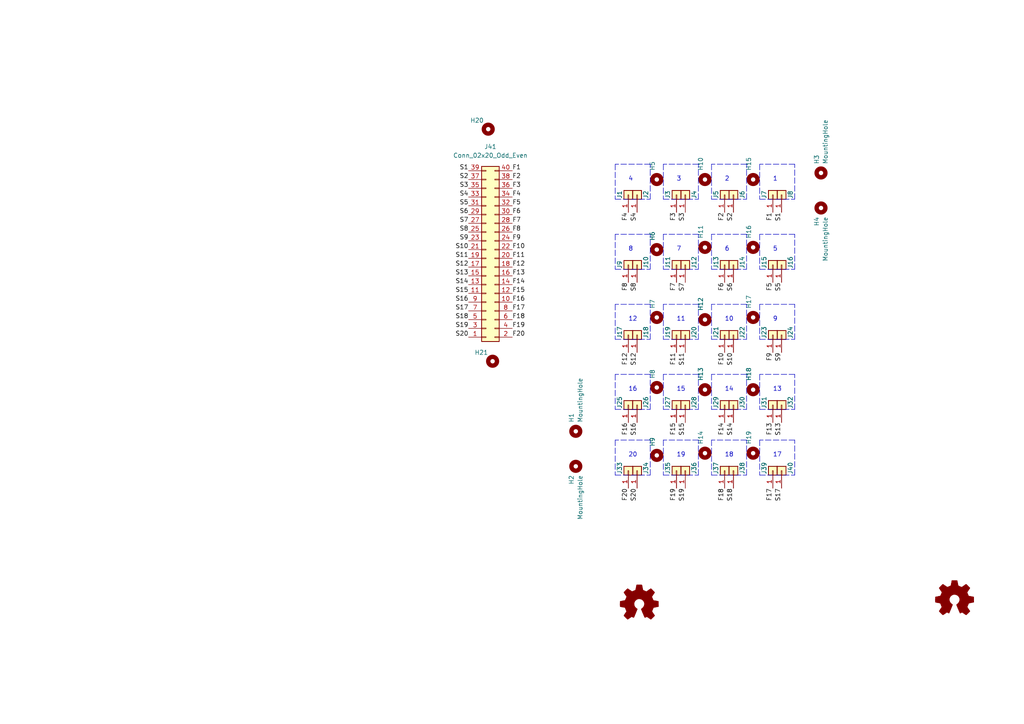
<source format=kicad_sch>
(kicad_sch (version 20231120) (generator "eeschema") (generator_version "8.0")
  (paper "A4")
  (lib_symbols
    (symbol "Connector_Generic:Conn_01x01" (pin_names (offset 1.016) hide)
      (property "Reference" "J" (at 0 2.54 0))
      (property "Value" "Conn_01x01" (at 0 -2.54 0))
      (symbol "Conn_01x01_1_1"
        (rectangle (start -1.27 0.127) (end 0 -0.127) (stroke (width 0.1524)))
        (rectangle (start -1.27 1.27) (end 1.27 -1.27) (stroke (width 0.254)) (fill (type background)))
        (pin passive line (at -5.08 0 0) (length 3.81) (name "Pin_1") (number "1"))
      )
    )
    (symbol "Connector_Generic:Conn_02x20_Odd_Even" (pin_names (offset 1.016) hide)
      (property "Reference" "J" (at 1.27 25.4 0))
      (property "Value" "Conn_02x20_Odd_Even" (at 1.27 -27.94 0))
      (symbol "Conn_02x20_Odd_Even_1_1"
        (rectangle (start -1.27 -25.273) (end 0 -25.527) (stroke (width 0.1524)))
        (rectangle (start -1.27 -22.733) (end 0 -22.987) (stroke (width 0.1524)))
        (rectangle (start -1.27 -20.193) (end 0 -20.447) (stroke (width 0.1524)))
        (rectangle (start -1.27 -17.653) (end 0 -17.907) (stroke (width 0.1524)))
        (rectangle (start -1.27 -15.113) (end 0 -15.367) (stroke (width 0.1524)))
        (rectangle (start -1.27 -12.573) (end 0 -12.827) (stroke (width 0.1524)))
        (rectangle (start -1.27 -10.033) (end 0 -10.287) (stroke (width 0.1524)))
        (rectangle (start -1.27 -7.493) (end 0 -7.747) (stroke (width 0.1524)))
        (rectangle (start -1.27 -4.953) (end 0 -5.207) (stroke (width 0.1524)))
        (rectangle (start -1.27 -2.413) (end 0 -2.667) (stroke (width 0.1524)))
        (rectangle (start -1.27 0.127) (end 0 -0.127) (stroke (width 0.1524)))
        (rectangle (start -1.27 2.667) (end 0 2.413) (stroke (width 0.1524)))
        (rectangle (start -1.27 5.207) (end 0 4.953) (stroke (width 0.1524)))
        (rectangle (start -1.27 7.747) (end 0 7.493) (stroke (width 0.1524)))
        (rectangle (start -1.27 10.287) (end 0 10.033) (stroke (width 0.1524)))
        (rectangle (start -1.27 12.827) (end 0 12.573) (stroke (width 0.1524)))
        (rectangle (start -1.27 15.367) (end 0 15.113) (stroke (width 0.1524)))
        (rectangle (start -1.27 17.907) (end 0 17.653) (stroke (width 0.1524)))
        (rectangle (start -1.27 20.447) (end 0 20.193) (stroke (width 0.1524)))
        (rectangle (start -1.27 22.987) (end 0 22.733) (stroke (width 0.1524)))
        (rectangle (start -1.27 24.13) (end 3.81 -26.67) (stroke (width 0.254)) (fill (type background)))
        (rectangle (start 3.81 -25.273) (end 2.54 -25.527) (stroke (width 0.1524)))
        (rectangle (start 3.81 -22.733) (end 2.54 -22.987) (stroke (width 0.1524)))
        (rectangle (start 3.81 -20.193) (end 2.54 -20.447) (stroke (width 0.1524)))
        (rectangle (start 3.81 -17.653) (end 2.54 -17.907) (stroke (width 0.1524)))
        (rectangle (start 3.81 -15.113) (end 2.54 -15.367) (stroke (width 0.1524)))
        (rectangle (start 3.81 -12.573) (end 2.54 -12.827) (stroke (width 0.1524)))
        (rectangle (start 3.81 -10.033) (end 2.54 -10.287) (stroke (width 0.1524)))
        (rectangle (start 3.81 -7.493) (end 2.54 -7.747) (stroke (width 0.1524)))
        (rectangle (start 3.81 -4.953) (end 2.54 -5.207) (stroke (width 0.1524)))
        (rectangle (start 3.81 -2.413) (end 2.54 -2.667) (stroke (width 0.1524)))
        (rectangle (start 3.81 0.127) (end 2.54 -0.127) (stroke (width 0.1524)))
        (rectangle (start 3.81 2.667) (end 2.54 2.413) (stroke (width 0.1524)))
        (rectangle (start 3.81 5.207) (end 2.54 4.953) (stroke (width 0.1524)))
        (rectangle (start 3.81 7.747) (end 2.54 7.493) (stroke (width 0.1524)))
        (rectangle (start 3.81 10.287) (end 2.54 10.033) (stroke (width 0.1524)))
        (rectangle (start 3.81 12.827) (end 2.54 12.573) (stroke (width 0.1524)))
        (rectangle (start 3.81 15.367) (end 2.54 15.113) (stroke (width 0.1524)))
        (rectangle (start 3.81 17.907) (end 2.54 17.653) (stroke (width 0.1524)))
        (rectangle (start 3.81 20.447) (end 2.54 20.193) (stroke (width 0.1524)))
        (rectangle (start 3.81 22.987) (end 2.54 22.733) (stroke (width 0.1524)))
        (pin passive line (at -5.08 22.86 0) (length 3.81) (name "Pin_1") (number "1"))
        (pin passive line (at 7.62 12.7 180) (length 3.81) (name "Pin_10") (number "10"))
        (pin passive line (at -5.08 10.16 0) (length 3.81) (name "Pin_11") (number "11"))
        (pin passive line (at 7.62 10.16 180) (length 3.81) (name "Pin_12") (number "12"))
        (pin passive line (at -5.08 7.62 0) (length 3.81) (name "Pin_13") (number "13"))
        (pin passive line (at 7.62 7.62 180) (length 3.81) (name "Pin_14") (number "14"))
        (pin passive line (at -5.08 5.08 0) (length 3.81) (name "Pin_15") (number "15"))
        (pin passive line (at 7.62 5.08 180) (length 3.81) (name "Pin_16") (number "16"))
        (pin passive line (at -5.08 2.54 0) (length 3.81) (name "Pin_17") (number "17"))
        (pin passive line (at 7.62 2.54 180) (length 3.81) (name "Pin_18") (number "18"))
        (pin passive line (at -5.08 0 0) (length 3.81) (name "Pin_19") (number "19"))
        (pin passive line (at 7.62 22.86 180) (length 3.81) (name "Pin_2") (number "2"))
        (pin passive line (at 7.62 0 180) (length 3.81) (name "Pin_20") (number "20"))
        (pin passive line (at -5.08 -2.54 0) (length 3.81) (name "Pin_21") (number "21"))
        (pin passive line (at 7.62 -2.54 180) (length 3.81) (name "Pin_22") (number "22"))
        (pin passive line (at -5.08 -5.08 0) (length 3.81) (name "Pin_23") (number "23"))
        (pin passive line (at 7.62 -5.08 180) (length 3.81) (name "Pin_24") (number "24"))
        (pin passive line (at -5.08 -7.62 0) (length 3.81) (name "Pin_25") (number "25"))
        (pin passive line (at 7.62 -7.62 180) (length 3.81) (name "Pin_26") (number "26"))
        (pin passive line (at -5.08 -10.16 0) (length 3.81) (name "Pin_27") (number "27"))
        (pin passive line (at 7.62 -10.16 180) (length 3.81) (name "Pin_28") (number "28"))
        (pin passive line (at -5.08 -12.7 0) (length 3.81) (name "Pin_29") (number "29"))
        (pin passive line (at -5.08 20.32 0) (length 3.81) (name "Pin_3") (number "3"))
        (pin passive line (at 7.62 -12.7 180) (length 3.81) (name "Pin_30") (number "30"))
        (pin passive line (at -5.08 -15.24 0) (length 3.81) (name "Pin_31") (number "31"))
        (pin passive line (at 7.62 -15.24 180) (length 3.81) (name "Pin_32") (number "32"))
        (pin passive line (at -5.08 -17.78 0) (length 3.81) (name "Pin_33") (number "33"))
        (pin passive line (at 7.62 -17.78 180) (length 3.81) (name "Pin_34") (number "34"))
        (pin passive line (at -5.08 -20.32 0) (length 3.81) (name "Pin_35") (number "35"))
        (pin passive line (at 7.62 -20.32 180) (length 3.81) (name "Pin_36") (number "36"))
        (pin passive line (at -5.08 -22.86 0) (length 3.81) (name "Pin_37") (number "37"))
        (pin passive line (at 7.62 -22.86 180) (length 3.81) (name "Pin_38") (number "38"))
        (pin passive line (at -5.08 -25.4 0) (length 3.81) (name "Pin_39") (number "39"))
        (pin passive line (at 7.62 20.32 180) (length 3.81) (name "Pin_4") (number "4"))
        (pin passive line (at 7.62 -25.4 180) (length 3.81) (name "Pin_40") (number "40"))
        (pin passive line (at -5.08 17.78 0) (length 3.81) (name "Pin_5") (number "5"))
        (pin passive line (at 7.62 17.78 180) (length 3.81) (name "Pin_6") (number "6"))
        (pin passive line (at -5.08 15.24 0) (length 3.81) (name "Pin_7") (number "7"))
        (pin passive line (at 7.62 15.24 180) (length 3.81) (name "Pin_8") (number "8"))
        (pin passive line (at -5.08 12.7 0) (length 3.81) (name "Pin_9") (number "9"))
      )
    )
    (symbol "Graphic:Logo_Open_Hardware_Small" (pin_names (offset 1.016))
      (symbol "Logo_Open_Hardware_Small_0_1"
        (polyline (pts (xy 3.3528 -4.3434) (xy 3.302 -4.318) (xy 3.175 -4.2418) (xy 2.9972 -4.1148) (xy 2.7686 -3.9624) (xy 2.54 -3.81) (xy 2.3622 -3.7084) (xy 2.2352 -3.6068) (xy 2.1844 -3.5814) (xy 2.159 -3.6068) (xy 2.0574 -3.6576) (xy 1.905 -3.7338) (xy 1.8034 -3.7846) (xy 1.6764 -3.8354) (xy 1.6002 -3.8354) (xy 1.6002 -3.8354) (xy 1.5494 -3.7338) (xy 1.4732 -3.5306) (xy 1.3462 -3.302) (xy 1.2446 -3.0226) (xy 1.1176 -2.7178) (xy 0.9652 -2.413) (xy 0.8636 -2.1082) (xy 0.7366 -1.8288) (xy 0.6604 -1.6256) (xy 0.6096 -1.4732) (xy 0.5842 -1.397) (xy 0.5842 -1.397) (xy 0.6604 -1.3208) (xy 0.7874 -1.2446) (xy 1.0414 -1.016) (xy 1.2954 -0.6858) (xy 1.4478 -0.3302) (xy 1.524 0.0762) (xy 1.4732 0.4572) (xy 1.3208 0.8128) (xy 1.0668 1.143) (xy 0.762 1.3716) (xy 0.4064 1.524) (xy 0 1.5748) (xy -0.381 1.5494) (xy -0.7366 1.397) (xy -1.0668 1.143) (xy -1.2192 0.9906) (xy -1.397 0.6604) (xy -1.524 0.3048) (xy -1.524 0.2286) (xy -1.4986 -0.1778) (xy -1.397 -0.5334) (xy -1.1938 -0.8636) (xy -0.9144 -1.143) (xy -0.8636 -1.1684) (xy -0.7366 -1.27) (xy -0.635 -1.3462) (xy -0.5842 -1.397) (xy -1.0668 -2.5908) (xy -1.143 -2.794) (xy -1.2954 -3.1242) (xy -1.397 -3.4036) (xy -1.4986 -3.6322) (xy -1.5748 -3.7846) (xy -1.6002 -3.8354) (xy -1.6002 -3.8354) (xy -1.651 -3.8354) (xy -1.7272 -3.81) (xy -1.905 -3.7338) (xy -2.0066 -3.683) (xy -2.1336 -3.6068) (xy -2.2098 -3.5814) (xy -2.2606 -3.6068) (xy -2.3622 -3.683) (xy -2.54 -3.81) (xy -2.7686 -3.9624) (xy -2.9718 -4.0894) (xy -3.1496 -4.2164) (xy -3.302 -4.318) (xy -3.3528 -4.3434) (xy -3.3782 -4.3434) (xy -3.429 -4.318) (xy -3.5306 -4.2164) (xy -3.7084 -4.064) (xy -3.937 -3.8354) (xy -3.9624 -3.81) (xy -4.1656 -3.6068) (xy -4.318 -3.4544) (xy -4.4196 -3.3274) (xy -4.445 -3.2766) (xy -4.445 -3.2766) (xy -4.4196 -3.2258) (xy -4.318 -3.0734) (xy -4.2164 -2.8956) (xy -4.064 -2.667) (xy -3.6576 -2.0828) (xy -3.8862 -1.5494) (xy -3.937 -1.3716) (xy -4.0386 -1.1684) (xy -4.0894 -1.0414) (xy -4.1148 -0.9652) (xy -4.191 -0.9398) (xy -4.318 -0.9144) (xy -4.5466 -0.8636) (xy -4.8006 -0.8128) (xy -5.0546 -0.7874) (xy -5.2578 -0.7366) (xy -5.4356 -0.7112) (xy -5.5118 -0.6858) (xy -5.5118 -0.6858) (xy -5.5372 -0.635) (xy -5.5372 -0.5588) (xy -5.5372 -0.4318) (xy -5.5626 -0.2286) (xy -5.5626 0.0762) (xy -5.5626 0.127) (xy -5.5372 0.4064) (xy -5.5372 0.635) (xy -5.5372 0.762) (xy -5.5372 0.8382) (xy -5.5372 0.8382) (xy -5.461 0.8382) (xy -5.3086 0.889) (xy -5.08 0.9144) (xy -4.826 0.9652) (xy -4.8006 0.9906) (xy -4.5466 1.0414) (xy -4.318 1.0668) (xy -4.1656 1.1176) (xy -4.0894 1.143) (xy -4.0894 1.143) (xy -4.0386 1.2446) (xy -3.9624 1.4224) (xy -3.8608 1.6256) (xy -3.7846 1.8288) (xy -3.7084 2.0066) (xy -3.6576 2.159) (xy -3.6322 2.2098) (xy -3.6322 2.2098) (xy -3.683 2.286) (xy -3.7592 2.413) (xy -3.8862 2.5908) (xy -4.064 2.8194) (xy -4.064 2.8448) (xy -4.2164 3.0734) (xy -4.3434 3.2512) (xy -4.4196 3.3782) (xy -4.445 3.4544) (xy -4.445 3.4544) (xy -4.3942 3.5052) (xy -4.2926 3.6322) (xy -4.1148 3.81) (xy -3.937 4.0132) (xy -3.8608 4.064) (xy -3.6576 4.2926) (xy -3.5052 4.4196) (xy -3.4036 4.4958) (xy -3.3528 4.5212) (xy -3.3528 4.5212) (xy -3.302 4.4704) (xy -3.1496 4.3688) (xy -2.9718 4.2418) (xy -2.7432 4.0894) (xy -2.7178 4.0894) (xy -2.4892 3.937) (xy -2.3114 3.81) (xy -2.1844 3.7084) (xy -2.1336 3.683) (xy -2.1082 3.683) (xy -2.032 3.7084) (xy -1.8542 3.7592) (xy -1.6764 3.8354) (xy -1.4732 3.937) (xy -1.27 4.0132) (xy -1.143 4.064) (xy -1.0668 4.1148) (xy -1.0668 4.1148) (xy -1.0414 4.191) (xy -1.016 4.3434) (xy -0.9652 4.572) (xy -0.9144 4.8514) (xy -0.889 4.9022) (xy -0.8382 5.1562) (xy -0.8128 5.3848) (xy -0.7874 5.5372) (xy -0.762 5.588) (xy -0.7112 5.6134) (xy -0.5842 5.6134) (xy -0.4064 5.6134) (xy -0.1524 5.6134) (xy 0.0762 5.6134) (xy 0.3302 5.6134) (xy 0.5334 5.6134) (xy 0.6858 5.588) (xy 0.7366 5.588) (xy 0.7366 5.588) (xy 0.762 5.5118) (xy 0.8128 5.334) (xy 0.8382 5.1054) (xy 0.9144 4.826) (xy 0.9144 4.7752) (xy 0.9652 4.5212) (xy 1.016 4.2926) (xy 1.0414 4.1402) (xy 1.0668 4.0894) (xy 1.0668 4.0894) (xy 1.1938 4.0386) (xy 1.3716 3.9624) (xy 1.5748 3.8608) (xy 2.0828 3.6576) (xy 2.7178 4.0894) (xy 2.7686 4.1402) (xy 2.9972 4.2926) (xy 3.175 4.4196) (xy 3.302 4.4958) (xy 3.3782 4.5212) (xy 3.3782 4.5212) (xy 3.429 4.4704) (xy 3.556 4.3434) (xy 3.7338 4.191) (xy 3.9116 3.9878) (xy 4.064 3.8354) (xy 4.2418 3.6576) (xy 4.3434 3.556) (xy 4.4196 3.4798) (xy 4.4196 3.429) (xy 4.4196 3.4036) (xy 4.3942 3.3274) (xy 4.2926 3.2004) (xy 4.1656 2.9972) (xy 4.0132 2.794) (xy 3.8862 2.5908) (xy 3.7592 2.3876) (xy 3.6576 2.2352) (xy 3.6322 2.159) (xy 3.6322 2.1336) (xy 3.683 2.0066) (xy 3.7592 1.8288) (xy 3.8608 1.6002) (xy 4.064 1.1176) (xy 4.3942 1.0414) (xy 4.5974 1.016) (xy 4.8768 0.9652) (xy 5.1308 0.9144) (xy 5.5372 0.8382) (xy 5.5626 -0.6604) (xy 5.4864 -0.6858) (xy 5.4356 -0.6858) (xy 5.2832 -0.7366) (xy 5.0546 -0.762) (xy 4.8006 -0.8128) (xy 4.5974 -0.8636) (xy 4.3688 -0.9144) (xy 4.2164 -0.9398) (xy 4.1402 -0.9398) (xy 4.1148 -0.9652) (xy 4.064 -1.0668) (xy 3.9878 -1.2446) (xy 3.9116 -1.4478) (xy 3.81 -1.651) (xy 3.7338 -1.8542) (xy 3.683 -2.0066) (xy 3.6576 -2.0828) (xy 3.683 -2.1336) (xy 3.7846 -2.2606) (xy 3.8862 -2.4638) (xy 4.0386 -2.667) (xy 4.191 -2.8956) (xy 4.318 -3.0734) (xy 4.3942 -3.2004) (xy 4.445 -3.2766) (xy 4.4196 -3.3274) (xy 4.3434 -3.429) (xy 4.1656 -3.5814) (xy 3.937 -3.8354) (xy 3.8862 -3.8608) (xy 3.683 -4.064) (xy 3.5306 -4.2164) (xy 3.4036 -4.318) (xy 3.3528 -4.3434)) (fill (type outline)))
      )
    )
    (symbol "Mechanical:MountingHole" (pin_names (offset 1.016))
      (property "Reference" "H" (at 0 5.08 0))
      (property "Value" "MountingHole" (at 0 3.175 0))
      (symbol "MountingHole_0_1"
        (circle (center 0 0) (radius 1.27) (stroke (width 1.27)))
      )
    )
  )
  (polyline (pts (xy 192.405 108.585) (xy 192.405 118.745)) (stroke (width 0) (type dash)))
  (polyline (pts (xy 188.595 108.585) (xy 178.435 108.585)) (stroke (width 0) (type dash)))
  (polyline (pts (xy 230.505 78.105) (xy 230.505 67.945)) (stroke (width 0) (type dash)))
  (polyline (pts (xy 178.435 118.745) (xy 188.595 118.745)) (stroke (width 0) (type dash)))
  (polyline (pts (xy 220.345 118.745) (xy 230.505 118.745)) (stroke (width 0) (type dash)))
  (polyline (pts (xy 206.375 47.625) (xy 206.375 57.785)) (stroke (width 0) (type dash)))
  (polyline (pts (xy 230.505 57.785) (xy 230.505 47.625)) (stroke (width 0) (type dash)))
  (polyline (pts (xy 216.535 47.625) (xy 206.375 47.625)) (stroke (width 0) (type dash)))
  (polyline (pts (xy 178.435 47.625) (xy 178.435 57.785)) (stroke (width 0) (type dash)))
  (polyline (pts (xy 206.375 118.745) (xy 216.535 118.745)) (stroke (width 0) (type dash)))
  (polyline (pts (xy 188.595 67.945) (xy 178.435 67.945)) (stroke (width 0) (type dash)))
  (polyline (pts (xy 220.345 137.795) (xy 230.505 137.795)) (stroke (width 0) (type dash)))
  (polyline (pts (xy 202.565 137.795) (xy 202.565 127.635)) (stroke (width 0) (type dash)))
  (polyline (pts (xy 178.435 137.795) (xy 188.595 137.795)) (stroke (width 0) (type dash)))
  (polyline (pts (xy 188.595 127.635) (xy 178.435 127.635)) (stroke (width 0) (type dash)))
  (polyline (pts (xy 192.405 127.635) (xy 192.405 137.795)) (stroke (width 0) (type dash)))
  (polyline (pts (xy 192.405 47.625) (xy 192.405 57.785)) (stroke (width 0) (type dash)))
  (polyline (pts (xy 230.505 47.625) (xy 220.345 47.625)) (stroke (width 0) (type dash)))
  (polyline (pts (xy 178.435 108.585) (xy 178.435 118.745)) (stroke (width 0) (type dash)))
  (polyline (pts (xy 188.595 47.625) (xy 178.435 47.625)) (stroke (width 0) (type dash)))
  (polyline (pts (xy 192.405 67.945) (xy 192.405 78.105)) (stroke (width 0) (type dash)))
  (polyline (pts (xy 220.345 57.785) (xy 230.505 57.785)) (stroke (width 0) (type dash)))
  (polyline (pts (xy 188.595 137.795) (xy 188.595 127.635)) (stroke (width 0) (type dash)))
  (polyline (pts (xy 206.375 137.795) (xy 216.535 137.795)) (stroke (width 0) (type dash)))
  (polyline (pts (xy 230.505 118.745) (xy 230.505 108.585)) (stroke (width 0) (type dash)))
  (polyline (pts (xy 192.405 98.425) (xy 202.565 98.425)) (stroke (width 0) (type dash)))
  (polyline (pts (xy 192.405 118.745) (xy 202.565 118.745)) (stroke (width 0) (type dash)))
  (polyline (pts (xy 220.345 127.635) (xy 220.345 137.795)) (stroke (width 0) (type dash)))
  (polyline (pts (xy 202.565 127.635) (xy 192.405 127.635)) (stroke (width 0) (type dash)))
  (polyline (pts (xy 206.375 127.635) (xy 206.375 137.795)) (stroke (width 0) (type dash)))
  (polyline (pts (xy 178.435 98.425) (xy 188.595 98.425)) (stroke (width 0) (type dash)))
  (polyline (pts (xy 202.565 57.785) (xy 202.565 47.625)) (stroke (width 0) (type dash)))
  (polyline (pts (xy 230.505 88.265) (xy 220.345 88.265)) (stroke (width 0) (type dash)))
  (polyline (pts (xy 206.375 108.585) (xy 206.375 118.745)) (stroke (width 0) (type dash)))
  (polyline (pts (xy 230.505 137.795) (xy 230.505 127.635)) (stroke (width 0) (type dash)))
  (polyline (pts (xy 202.565 67.945) (xy 192.405 67.945)) (stroke (width 0) (type dash)))
  (polyline (pts (xy 220.345 108.585) (xy 220.345 118.745)) (stroke (width 0) (type dash)))
  (polyline (pts (xy 220.345 88.265) (xy 220.345 98.425)) (stroke (width 0) (type dash)))
  (polyline (pts (xy 216.535 137.795) (xy 216.535 127.635)) (stroke (width 0) (type dash)))
  (polyline (pts (xy 202.565 78.105) (xy 202.565 67.945)) (stroke (width 0) (type dash)))
  (polyline (pts (xy 202.565 47.625) (xy 192.405 47.625)) (stroke (width 0) (type dash)))
  (polyline (pts (xy 202.565 118.745) (xy 202.565 108.585)) (stroke (width 0) (type dash)))
  (polyline (pts (xy 206.375 88.265) (xy 206.375 98.425)) (stroke (width 0) (type dash)))
  (polyline (pts (xy 216.535 127.635) (xy 206.375 127.635)) (stroke (width 0) (type dash)))
  (polyline (pts (xy 230.505 67.945) (xy 220.345 67.945)) (stroke (width 0) (type dash)))
  (polyline (pts (xy 216.535 88.265) (xy 206.375 88.265)) (stroke (width 0) (type dash)))
  (polyline (pts (xy 220.345 47.625) (xy 220.345 57.785)) (stroke (width 0) (type dash)))
  (polyline (pts (xy 202.565 98.425) (xy 202.565 88.265)) (stroke (width 0) (type dash)))
  (polyline (pts (xy 178.435 57.785) (xy 188.595 57.785)) (stroke (width 0) (type dash)))
  (polyline (pts (xy 188.595 98.425) (xy 188.595 88.265)) (stroke (width 0) (type dash)))
  (polyline (pts (xy 220.345 67.945) (xy 220.345 78.105)) (stroke (width 0) (type dash)))
  (polyline (pts (xy 216.535 118.745) (xy 216.535 108.585)) (stroke (width 0) (type dash)))
  (polyline (pts (xy 216.535 78.105) (xy 216.535 67.945)) (stroke (width 0) (type dash)))
  (polyline (pts (xy 202.565 108.585) (xy 192.405 108.585)) (stroke (width 0) (type dash)))
  (polyline (pts (xy 178.435 88.265) (xy 178.435 98.425)) (stroke (width 0) (type dash)))
  (polyline (pts (xy 220.345 78.105) (xy 230.505 78.105)) (stroke (width 0) (type dash)))
  (polyline (pts (xy 188.595 57.785) (xy 188.595 47.625)) (stroke (width 0) (type dash)))
  (polyline (pts (xy 216.535 108.585) (xy 206.375 108.585)) (stroke (width 0) (type dash)))
  (polyline (pts (xy 192.405 88.265) (xy 192.405 98.425)) (stroke (width 0) (type dash)))
  (polyline (pts (xy 206.375 67.945) (xy 206.375 78.105)) (stroke (width 0) (type dash)))
  (polyline (pts (xy 178.435 78.105) (xy 188.595 78.105)) (stroke (width 0) (type dash)))
  (polyline (pts (xy 230.505 98.425) (xy 230.505 88.265)) (stroke (width 0) (type dash)))
  (polyline (pts (xy 192.405 78.105) (xy 202.565 78.105)) (stroke (width 0) (type dash)))
  (polyline (pts (xy 220.345 98.425) (xy 230.505 98.425)) (stroke (width 0) (type dash)))
  (polyline (pts (xy 206.375 78.105) (xy 216.535 78.105)) (stroke (width 0) (type dash)))
  (polyline (pts (xy 230.505 108.585) (xy 220.345 108.585)) (stroke (width 0) (type dash)))
  (polyline (pts (xy 178.435 67.945) (xy 178.435 78.105)) (stroke (width 0) (type dash)))
  (polyline (pts (xy 202.565 88.265) (xy 192.405 88.265)) (stroke (width 0) (type dash)))
  (polyline (pts (xy 216.535 57.785) (xy 216.535 47.625)) (stroke (width 0) (type dash)))
  (polyline (pts (xy 188.595 78.105) (xy 188.595 67.945)) (stroke (width 0) (type dash)))
  (polyline (pts (xy 188.595 88.265) (xy 178.435 88.265)) (stroke (width 0) (type dash)))
  (polyline (pts (xy 206.375 98.425) (xy 216.535 98.425)) (stroke (width 0) (type dash)))
  (polyline (pts (xy 216.535 98.425) (xy 216.535 88.265)) (stroke (width 0) (type dash)))
  (polyline (pts (xy 206.375 57.785) (xy 216.535 57.785)) (stroke (width 0) (type dash)))
  (polyline (pts (xy 192.405 137.795) (xy 202.565 137.795)) (stroke (width 0) (type dash)))
  (polyline (pts (xy 192.405 57.785) (xy 202.565 57.785)) (stroke (width 0) (type dash)))
  (polyline (pts (xy 188.595 118.745) (xy 188.595 108.585)) (stroke (width 0) (type dash)))
  (polyline (pts (xy 178.435 127.635) (xy 178.435 137.795)) (stroke (width 0) (type dash)))
  (polyline (pts (xy 216.535 67.945) (xy 206.375 67.945)) (stroke (width 0) (type dash)))
  (polyline (pts (xy 230.505 127.635) (xy 220.345 127.635)) (stroke (width 0) (type dash)))
  (text "10" (at 210.185 93.345 0) (effects (font (size 1.27 1.27)) (justify left bottom)))
  (text "8" (at 182.245 73.025 0) (effects (font (size 1.27 1.27)) (justify left bottom)))
  (text "19" (at 196.215 132.715 0) (effects (font (size 1.27 1.27)) (justify left bottom)))
  (text "1" (at 224.155 52.705 0) (effects (font (size 1.27 1.27)) (justify left bottom)))
  (text "14" (at 210.185 113.665 0) (effects (font (size 1.27 1.27)) (justify left bottom)))
  (text "5" (at 224.155 73.025 0) (effects (font (size 1.27 1.27)) (justify left bottom)))
  (text "7" (at 196.215 73.025 0) (effects (font (size 1.27 1.27)) (justify left bottom)))
  (text "3" (at 196.215 52.705 0) (effects (font (size 1.27 1.27)) (justify left bottom)))
  (text "11" (at 196.215 93.345 0) (effects (font (size 1.27 1.27)) (justify left bottom)))
  (text "18" (at 210.185 132.715 0) (effects (font (size 1.27 1.27)) (justify left bottom)))
  (text "6" (at 210.185 73.025 0) (effects (font (size 1.27 1.27)) (justify left bottom)))
  (text "15" (at 196.215 113.665 0) (effects (font (size 1.27 1.27)) (justify left bottom)))
  (text "17" (at 224.155 132.715 0) (effects (font (size 1.27 1.27)) (justify left bottom)))
  (text "4" (at 182.245 52.705 0) (effects (font (size 1.27 1.27)) (justify left bottom)))
  (text "9" (at 224.155 93.345 0) (effects (font (size 1.27 1.27)) (justify left bottom)))
  (text "20" (at 182.245 132.715 0) (effects (font (size 1.27 1.27)) (justify left bottom)))
  (text "16" (at 182.245 113.665 0) (effects (font (size 1.27 1.27)) (justify left bottom)))
  (text "13" (at 224.155 113.665 0) (effects (font (size 1.27 1.27)) (justify left bottom)))
  (text "12" (at 182.245 93.345 0) (effects (font (size 1.27 1.27)) (justify left bottom)))
  (text "2" (at 210.185 52.705 0) (effects (font (size 1.27 1.27)) (justify left bottom)))
  (label "S7" (at 198.755 81.915 270))
  (label "F19" (at 196.215 141.605 270))
  (label "F20" (at 148.59 97.79 0))
  (label "F12" (at 182.245 102.235 270))
  (label "S16" (at 184.785 122.555 270))
  (label "S19" (at 198.755 141.605 270))
  (label "F20" (at 182.245 141.605 270))
  (label "S17" (at 226.695 141.605 270))
  (label "S14" (at 135.89 82.55 180))
  (label "S14" (at 212.725 122.555 270))
  (label "F16" (at 148.59 87.63 0))
  (label "F17" (at 224.155 141.605 270))
  (label "F11" (at 148.59 74.93 0))
  (label "F5" (at 224.155 81.915 270))
  (label "F1" (at 224.155 61.595 270))
  (label "F7" (at 196.215 81.915 270))
  (label "S2" (at 135.89 52.07 180))
  (label "S15" (at 198.755 122.555 270))
  (label "F3" (at 148.59 54.61 0))
  (label "S17" (at 135.89 90.17 180))
  (label "F6" (at 148.59 62.23 0))
  (label "F6" (at 210.185 81.915 270))
  (label "F9" (at 224.155 102.235 270))
  (label "S9" (at 135.89 69.85 180))
  (label "S13" (at 135.89 80.01 180))
  (label "S13" (at 226.695 122.555 270))
  (label "F2" (at 210.185 61.595 270))
  (label "S15" (at 135.89 85.09 180))
  (label "F14" (at 210.185 122.555 270))
  (label "S6" (at 135.89 62.23 180))
  (label "F18" (at 148.59 92.71 0))
  (label "S4" (at 184.785 61.595 270))
  (label "S1" (at 135.89 49.53 180))
  (label "F4" (at 182.245 61.595 270))
  (label "S5" (at 135.89 59.69 180))
  (label "S4" (at 135.89 57.15 180))
  (label "S8" (at 184.785 81.915 270))
  (label "F9" (at 148.59 69.85 0))
  (label "S2" (at 212.725 61.595 270))
  (label "S5" (at 226.695 81.915 270))
  (label "F15" (at 196.215 122.555 270))
  (label "S12" (at 135.89 77.47 180))
  (label "F13" (at 224.155 122.555 270))
  (label "F12" (at 148.59 77.47 0))
  (label "S18" (at 212.725 141.605 270))
  (label "F17" (at 148.59 90.17 0))
  (label "F4" (at 148.59 57.15 0))
  (label "F1" (at 148.59 49.53 0))
  (label "F16" (at 182.245 122.555 270))
  (label "F18" (at 210.185 141.605 270))
  (label "F5" (at 148.59 59.69 0))
  (label "S8" (at 135.89 67.31 180))
  (label "S10" (at 135.89 72.39 180))
  (label "F15" (at 148.59 85.09 0))
  (label "F8" (at 182.245 81.915 270))
  (label "F11" (at 196.215 102.235 270))
  (label "S6" (at 212.725 81.915 270))
  (label "S7" (at 135.89 64.77 180))
  (label "F10" (at 148.59 72.39 0))
  (label "S9" (at 226.695 102.235 270))
  (label "S11" (at 198.755 102.235 270))
  (label "F10" (at 210.185 102.235 270))
  (label "F3" (at 196.215 61.595 270))
  (label "F13" (at 148.59 80.01 0))
  (label "F14" (at 148.59 82.55 0))
  (label "F7" (at 148.59 64.77 0))
  (label "S20" (at 135.89 97.79 180))
  (label "F2" (at 148.59 52.07 0))
  (label "S18" (at 135.89 92.71 180))
  (label "S11" (at 135.89 74.93 180))
  (label "S10" (at 212.725 102.235 270))
  (label "S3" (at 135.89 54.61 180))
  (label "S20" (at 184.785 141.605 270))
  (label "S16" (at 135.89 87.63 180))
  (label "S1" (at 226.695 61.595 270))
  (label "S12" (at 184.785 102.235 270))
  (label "S3" (at 198.755 61.595 270))
  (label "F19" (at 148.59 95.25 0))
  (label "F8" (at 148.59 67.31 0))
  (label "S19" (at 135.89 95.25 180))
  (symbol (lib_id "Connector_Generic:Conn_01x01") (at 182.245 56.515 90) (unit 1)
    (property "Reference" "J1" (at 179.705 55.245 0) (effects (justify right)))
    (property "Value" "Conn_01x01" (effects (hide yes)))
    (property "Footprint" "custom_footprints:0921" (effects (hide yes)))
  )
  (symbol (lib_id "Connector_Generic:Conn_01x01") (at 198.755 117.475 90) (unit 1)
    (property "Reference" "J28" (at 201.295 114.935 0) (effects (justify right)))
    (property "Value" "Conn_01x01" (effects (hide yes)))
    (property "Footprint" "custom_footprints:0921" (effects (hide yes)))
  )
  (symbol (lib_id "Connector_Generic:Conn_01x01") (at 182.245 117.475 90) (unit 1)
    (property "Reference" "J25" (at 179.705 114.935 0) (effects (justify right)))
    (property "Value" "Conn_01x01" (effects (hide yes)))
    (property "Footprint" "custom_footprints:0921" (effects (hide yes)))
  )
  (symbol (lib_id "Connector_Generic:Conn_01x01") (at 226.695 136.525 90) (unit 1)
    (property "Reference" "J40" (at 229.235 133.985 0) (effects (justify right)))
    (property "Value" "Conn_01x01" (effects (hide yes)))
    (property "Footprint" "custom_footprints:0921" (effects (hide yes)))
  )
  (symbol (lib_id "Connector_Generic:Conn_01x01") (at 210.185 56.515 90) (unit 1)
    (property "Reference" "J5" (at 207.645 55.245 0) (effects (justify right)))
    (property "Value" "Conn_01x01" (effects (hide yes)))
    (property "Footprint" "custom_footprints:0921" (effects (hide yes)))
  )
  (symbol (lib_id "Connector_Generic:Conn_01x01") (at 224.155 136.525 90) (unit 1)
    (property "Reference" "J39" (at 221.615 133.985 0) (effects (justify right)))
    (property "Value" "Conn_01x01" (effects (hide yes)))
    (property "Footprint" "custom_footprints:0921" (effects (hide yes)))
  )
  (symbol (lib_id "Connector_Generic:Conn_01x01") (at 210.185 117.475 90) (unit 1)
    (property "Reference" "J29" (at 207.645 114.935 0) (effects (justify right)))
    (property "Value" "Conn_01x01" (effects (hide yes)))
    (property "Footprint" "custom_footprints:0921" (effects (hide yes)))
  )
  (symbol (lib_id "Connector_Generic:Conn_01x01") (at 212.725 76.835 90) (unit 1)
    (property "Reference" "J14" (at 215.265 74.295 0) (effects (justify right)))
    (property "Value" "Conn_01x01" (effects (hide yes)))
    (property "Footprint" "custom_footprints:0921" (effects (hide yes)))
  )
  (symbol (lib_id "Connector_Generic:Conn_01x01") (at 196.215 136.525 90) (unit 1)
    (property "Reference" "J35" (at 193.675 133.985 0) (effects (justify right)))
    (property "Value" "Conn_01x01" (effects (hide yes)))
    (property "Footprint" "custom_footprints:0921" (effects (hide yes)))
  )
  (symbol (lib_id "Connector_Generic:Conn_01x01") (at 198.755 136.525 90) (unit 1)
    (property "Reference" "J36" (at 201.295 133.985 0) (effects (justify right)))
    (property "Value" "Conn_01x01" (effects (hide yes)))
    (property "Footprint" "custom_footprints:0921" (effects (hide yes)))
  )
  (symbol (lib_id "Graphic:Logo_Open_Hardware_Small") (at 185.42 175.26 0) (unit 1)
    (property "Reference" "LOGO1" (effects (hide yes)))
    (property "Value" "Logo_Open_Hardware_Small" (effects (hide yes)))
    (property "Footprint" "custom_footprints:site_small" (effects (hide yes)))
  )
  (symbol (lib_id "Mechanical:MountingHole") (at 142.875 104.775 90) (unit 1)
    (property "Reference" "H21" (at 141.6049 102.235 90) (effects (justify left)))
    (property "Value" "MountingHole" (effects (hide yes)))
    (property "Footprint" "custom_footprints:MountingHole_3.2mm_M3_wscrew" (effects (hide yes)))
  )
  (symbol (lib_id "Connector_Generic:Conn_01x01") (at 196.215 117.475 90) (unit 1)
    (property "Reference" "J27" (at 193.675 114.935 0) (effects (justify right)))
    (property "Value" "Conn_01x01" (effects (hide yes)))
    (property "Footprint" "custom_footprints:0921" (effects (hide yes)))
  )
  (symbol (lib_id "Connector_Generic:Conn_01x01") (at 224.155 117.475 90) (unit 1)
    (property "Reference" "J31" (at 221.615 114.935 0) (effects (justify right)))
    (property "Value" "Conn_01x01" (effects (hide yes)))
    (property "Footprint" "custom_footprints:0921" (effects (hide yes)))
  )
  (symbol (lib_id "Mechanical:MountingHole") (at 238.125 60.325 270) (mirror x) (unit 1)
    (property "Reference" "H4" (at 236.8549 62.865 0) (effects (justify right)))
    (property "Value" "MountingHole" (at 239.3949 62.865 0) (effects (justify right)))
    (property "Footprint" "MountingHole:MountingHole_6.4mm_M6" (effects (hide yes)))
  )
  (symbol (lib_id "Connector_Generic:Conn_01x01") (at 196.215 97.155 90) (unit 1)
    (property "Reference" "J19" (at 193.675 94.615 0) (effects (justify right)))
    (property "Value" "Conn_01x01" (effects (hide yes)))
    (property "Footprint" "custom_footprints:0921" (effects (hide yes)))
  )
  (symbol (lib_id "Connector_Generic:Conn_01x01") (at 198.755 76.835 90) (unit 1)
    (property "Reference" "J12" (at 201.295 74.295 0) (effects (justify right)))
    (property "Value" "Conn_01x01" (effects (hide yes)))
    (property "Footprint" "custom_footprints:0921" (effects (hide yes)))
  )
  (symbol (lib_id "Mechanical:MountingHole") (at 218.44 113.03 90) (unit 1)
    (property "Reference" "H18" (at 217.1699 110.49 0) (effects (justify left)))
    (property "Value" "MountingHole" (effects (hide yes)))
    (property "Footprint" "custom_footprints:MountingHole_3.2mm_M3_wscrew" (effects (hide yes)))
  )
  (symbol (lib_id "Connector_Generic:Conn_01x01") (at 224.155 76.835 90) (unit 1)
    (property "Reference" "J15" (at 221.615 74.295 0) (effects (justify right)))
    (property "Value" "Conn_01x01" (effects (hide yes)))
    (property "Footprint" "custom_footprints:0921" (effects (hide yes)))
  )
  (symbol (lib_id "Mechanical:MountingHole") (at 190.5 132.08 90) (unit 1)
    (property "Reference" "H9" (at 189.2299 129.54 0) (effects (justify left)))
    (property "Value" "MountingHole" (effects (hide yes)))
    (property "Footprint" "custom_footprints:MountingHole_3.2mm_M3_wscrew" (effects (hide yes)))
  )
  (symbol (lib_id "Connector_Generic:Conn_01x01") (at 210.185 76.835 90) (unit 1)
    (property "Reference" "J13" (at 207.645 74.295 0) (effects (justify right)))
    (property "Value" "Conn_01x01" (effects (hide yes)))
    (property "Footprint" "custom_footprints:0921" (effects (hide yes)))
  )
  (symbol (lib_id "Connector_Generic:Conn_01x01") (at 212.725 56.515 90) (unit 1)
    (property "Reference" "J6" (at 215.265 55.245 0) (effects (justify right)))
    (property "Value" "Conn_01x01" (effects (hide yes)))
    (property "Footprint" "custom_footprints:0921" (effects (hide yes)))
  )
  (symbol (lib_id "Mechanical:MountingHole") (at 190.5 92.075 90) (unit 1)
    (property "Reference" "H7" (at 189.2299 89.535 0) (effects (justify left)))
    (property "Value" "MountingHole" (effects (hide yes)))
    (property "Footprint" "custom_footprints:MountingHole_3.2mm_M3_wscrew" (effects (hide yes)))
  )
  (symbol (lib_id "Mechanical:MountingHole") (at 204.47 52.07 90) (unit 1)
    (property "Reference" "H10" (at 203.1999 49.53 0) (effects (justify left)))
    (property "Value" "MountingHole" (effects (hide yes)))
    (property "Footprint" "custom_footprints:MountingHole_3.2mm_M3_wscrew" (effects (hide yes)))
  )
  (symbol (lib_id "Mechanical:MountingHole") (at 218.44 131.445 90) (unit 1)
    (property "Reference" "H19" (at 217.1699 128.905 0) (effects (justify left)))
    (property "Value" "MountingHole" (effects (hide yes)))
    (property "Footprint" "custom_footprints:MountingHole_3.2mm_M3_wscrew" (effects (hide yes)))
  )
  (symbol (lib_id "Mechanical:MountingHole") (at 204.47 92.71 90) (unit 1)
    (property "Reference" "H12" (at 203.1999 90.17 0) (effects (justify left)))
    (property "Value" "MountingHole" (effects (hide yes)))
    (property "Footprint" "custom_footprints:MountingHole_3.2mm_M3_wscrew" (effects (hide yes)))
  )
  (symbol (lib_id "Connector_Generic:Conn_01x01") (at 212.725 117.475 90) (unit 1)
    (property "Reference" "J30" (at 215.265 114.935 0) (effects (justify right)))
    (property "Value" "Conn_01x01" (effects (hide yes)))
    (property "Footprint" "custom_footprints:0921" (effects (hide yes)))
  )
  (symbol (lib_id "Connector_Generic:Conn_01x01") (at 226.695 117.475 90) (unit 1)
    (property "Reference" "J32" (at 229.235 114.935 0) (effects (justify right)))
    (property "Value" "Conn_01x01" (effects (hide yes)))
    (property "Footprint" "custom_footprints:0921" (effects (hide yes)))
  )
  (symbol (lib_id "Connector_Generic:Conn_01x01") (at 210.185 97.155 90) (unit 1)
    (property "Reference" "J21" (at 207.645 94.615 0) (effects (justify right)))
    (property "Value" "Conn_01x01" (effects (hide yes)))
    (property "Footprint" "custom_footprints:0921" (effects (hide yes)))
  )
  (symbol (lib_id "Connector_Generic:Conn_01x01") (at 198.755 97.155 90) (unit 1)
    (property "Reference" "J20" (at 201.295 94.615 0) (effects (justify right)))
    (property "Value" "Conn_01x01" (effects (hide yes)))
    (property "Footprint" "custom_footprints:0921" (effects (hide yes)))
  )
  (symbol (lib_id "Mechanical:MountingHole") (at 238.125 50.165 90) (unit 1)
    (property "Reference" "H3" (at 236.8549 47.625 0) (effects (justify left)))
    (property "Value" "MountingHole" (at 239.3949 47.625 0) (effects (justify left)))
    (property "Footprint" "MountingHole:MountingHole_3.2mm_M3" (effects (hide yes)))
  )
  (symbol (lib_id "Mechanical:MountingHole") (at 141.605 37.465 90) (unit 1)
    (property "Reference" "H20" (at 140.3349 34.925 90) (effects (justify left)))
    (property "Value" "MountingHole" (effects (hide yes)))
    (property "Footprint" "custom_footprints:MountingHole_3.2mm_M3_wscrew" (effects (hide yes)))
  )
  (symbol (lib_id "Connector_Generic:Conn_01x01") (at 226.695 76.835 90) (unit 1)
    (property "Reference" "J16" (at 229.235 74.295 0) (effects (justify right)))
    (property "Value" "Conn_01x01" (effects (hide yes)))
    (property "Footprint" "custom_footprints:0921" (effects (hide yes)))
  )
  (symbol (lib_id "Connector_Generic:Conn_01x01") (at 210.185 136.525 90) (unit 1)
    (property "Reference" "J37" (at 207.645 133.985 0) (effects (justify right)))
    (property "Value" "Conn_01x01" (effects (hide yes)))
    (property "Footprint" "custom_footprints:0921" (effects (hide yes)))
  )
  (symbol (lib_id "Connector_Generic:Conn_01x01") (at 226.695 56.515 90) (unit 1)
    (property "Reference" "J8" (at 229.235 55.245 0) (effects (justify right)))
    (property "Value" "Conn_01x01" (effects (hide yes)))
    (property "Footprint" "custom_footprints:0921" (effects (hide yes)))
  )
  (symbol (lib_id "Connector_Generic:Conn_01x01") (at 184.785 56.515 90) (unit 1)
    (property "Reference" "J2" (at 187.325 55.245 0) (effects (justify right)))
    (property "Value" "Conn_01x01" (effects (hide yes)))
    (property "Footprint" "custom_footprints:0921" (effects (hide yes)))
  )
  (symbol (lib_id "Connector_Generic:Conn_01x01") (at 182.245 136.525 90) (unit 1)
    (property "Reference" "J33" (at 179.705 133.985 0) (effects (justify right)))
    (property "Value" "Conn_01x01" (effects (hide yes)))
    (property "Footprint" "custom_footprints:0921" (effects (hide yes)))
  )
  (symbol (lib_id "Mechanical:MountingHole") (at 167.005 135.255 270) (mirror x) (unit 1)
    (property "Reference" "H2" (at 165.7349 137.795 0) (effects (justify right)))
    (property "Value" "MountingHole" (at 168.2749 137.795 0) (effects (justify right)))
    (property "Footprint" "MountingHole:MountingHole_3.2mm_M3" (effects (hide yes)))
  )
  (symbol (lib_id "Connector_Generic:Conn_01x01") (at 184.785 136.525 90) (unit 1)
    (property "Reference" "J34" (at 187.325 133.985 0) (effects (justify right)))
    (property "Value" "Conn_01x01" (effects (hide yes)))
    (property "Footprint" "custom_footprints:0921" (effects (hide yes)))
  )
  (symbol (lib_id "Connector_Generic:Conn_01x01") (at 182.245 97.155 90) (unit 1)
    (property "Reference" "J17" (at 179.705 94.615 0) (effects (justify right)))
    (property "Value" "Conn_01x01" (effects (hide yes)))
    (property "Footprint" "custom_footprints:0921" (effects (hide yes)))
  )
  (symbol (lib_id "Connector_Generic:Conn_01x01") (at 184.785 117.475 90) (unit 1)
    (property "Reference" "J26" (at 187.325 114.935 0) (effects (justify right)))
    (property "Value" "Conn_01x01" (effects (hide yes)))
    (property "Footprint" "custom_footprints:0921" (effects (hide yes)))
  )
  (symbol (lib_id "Connector_Generic:Conn_01x01") (at 184.785 97.155 90) (unit 1)
    (property "Reference" "J18" (at 187.325 94.615 0) (effects (justify right)))
    (property "Value" "Conn_01x01" (effects (hide yes)))
    (property "Footprint" "custom_footprints:0921" (effects (hide yes)))
  )
  (symbol (lib_id "Mechanical:MountingHole") (at 204.47 131.445 90) (unit 1)
    (property "Reference" "H14" (at 203.1999 128.905 0) (effects (justify left)))
    (property "Value" "MountingHole" (effects (hide yes)))
    (property "Footprint" "custom_footprints:MountingHole_3.2mm_M3_wscrew" (effects (hide yes)))
  )
  (symbol (lib_id "Mechanical:MountingHole") (at 218.44 92.075 90) (unit 1)
    (property "Reference" "H17" (at 217.1699 89.535 0) (effects (justify left)))
    (property "Value" "MountingHole" (effects (hide yes)))
    (property "Footprint" "custom_footprints:MountingHole_3.2mm_M3_wscrew" (effects (hide yes)))
  )
  (symbol (lib_id "Connector_Generic:Conn_01x01") (at 198.755 56.515 90) (unit 1)
    (property "Reference" "J4" (at 201.295 55.245 0) (effects (justify right)))
    (property "Value" "Conn_01x01" (effects (hide yes)))
    (property "Footprint" "custom_footprints:0921" (effects (hide yes)))
  )
  (symbol (lib_id "Connector_Generic:Conn_01x01") (at 196.215 76.835 90) (unit 1)
    (property "Reference" "J11" (at 193.675 74.295 0) (effects (justify right)))
    (property "Value" "Conn_01x01" (effects (hide yes)))
    (property "Footprint" "custom_footprints:0921" (effects (hide yes)))
  )
  (symbol (lib_id "Connector_Generic:Conn_01x01") (at 224.155 97.155 90) (unit 1)
    (property "Reference" "J23" (at 221.615 94.615 0) (effects (justify right)))
    (property "Value" "Conn_01x01" (effects (hide yes)))
    (property "Footprint" "custom_footprints:0921" (effects (hide yes)))
  )
  (symbol (lib_id "Connector_Generic:Conn_01x01") (at 212.725 136.525 90) (unit 1)
    (property "Reference" "J38" (at 215.265 133.985 0) (effects (justify right)))
    (property "Value" "Conn_01x01" (effects (hide yes)))
    (property "Footprint" "custom_footprints:0921" (effects (hide yes)))
  )
  (symbol (lib_id "Connector_Generic:Conn_01x01") (at 182.245 76.835 90) (unit 1)
    (property "Reference" "J9" (at 179.705 75.565 0) (effects (justify right)))
    (property "Value" "Conn_01x01" (effects (hide yes)))
    (property "Footprint" "custom_footprints:0921" (effects (hide yes)))
  )
  (symbol (lib_id "Connector_Generic:Conn_02x20_Odd_Even") (at 140.97 74.93 0) (mirror x) (unit 1)
    (property "Reference" "J41" (at 142.24 42.545 0))
    (property "Value" "Conn_02x20_Odd_Even" (at 142.24 45.085 0))
    (property "Footprint" "custom_footprints:TST-120-01-G-D" (effects (hide yes)))
  )
  (symbol (lib_id "Mechanical:MountingHole") (at 190.5 112.395 90) (unit 1)
    (property "Reference" "H8" (at 189.2299 109.855 0) (effects (justify left)))
    (property "Value" "MountingHole" (effects (hide yes)))
    (property "Footprint" "custom_footprints:MountingHole_3.2mm_M3_wscrew" (effects (hide yes)))
  )
  (symbol (lib_id "Mechanical:MountingHole") (at 218.44 52.07 90) (unit 1)
    (property "Reference" "H15" (at 217.1699 49.53 0) (effects (justify left)))
    (property "Value" "MountingHole" (effects (hide yes)))
    (property "Footprint" "custom_footprints:MountingHole_3.2mm_M3_wscrew" (effects (hide yes)))
  )
  (symbol (lib_id "Mechanical:MountingHole") (at 204.47 113.03 90) (unit 1)
    (property "Reference" "H13" (at 203.1999 110.49 0) (effects (justify left)))
    (property "Value" "MountingHole" (effects (hide yes)))
    (property "Footprint" "custom_footprints:MountingHole_3.2mm_M3_wscrew" (effects (hide yes)))
  )
  (symbol (lib_id "Connector_Generic:Conn_01x01") (at 196.215 56.515 90) (unit 1)
    (property "Reference" "J3" (at 193.675 55.245 0) (effects (justify right)))
    (property "Value" "Conn_01x01" (effects (hide yes)))
    (property "Footprint" "custom_footprints:0921" (effects (hide yes)))
  )
  (symbol (lib_id "Connector_Generic:Conn_01x01") (at 226.695 97.155 90) (unit 1)
    (property "Reference" "J24" (at 229.235 94.615 0) (effects (justify right)))
    (property "Value" "Conn_01x01" (effects (hide yes)))
    (property "Footprint" "custom_footprints:0921" (effects (hide yes)))
  )
  (symbol (lib_id "Connector_Generic:Conn_01x01") (at 212.725 97.155 90) (unit 1)
    (property "Reference" "J22" (at 215.265 94.615 0) (effects (justify right)))
    (property "Value" "Conn_01x01" (effects (hide yes)))
    (property "Footprint" "custom_footprints:0921" (effects (hide yes)))
  )
  (symbol (lib_id "Mechanical:MountingHole") (at 190.5 72.39 90) (unit 1)
    (property "Reference" "H6" (at 189.2299 69.85 0) (effects (justify left)))
    (property "Value" "MountingHole" (effects (hide yes)))
    (property "Footprint" "custom_footprints:MountingHole_3.2mm_M3_wscrew" (effects (hide yes)))
  )
  (symbol (lib_id "Mechanical:MountingHole") (at 204.47 71.755 90) (unit 1)
    (property "Reference" "H11" (at 203.1999 69.215 0) (effects (justify left)))
    (property "Value" "MountingHole" (effects (hide yes)))
    (property "Footprint" "custom_footprints:MountingHole_3.2mm_M3_wscrew" (effects (hide yes)))
  )
  (symbol (lib_id "Graphic:Logo_Open_Hardware_Small") (at 276.86 173.99 0) (unit 1)
    (property "Reference" "LOGO2" (effects (hide yes)))
    (property "Value" "Logo_Open_Hardware_Small" (effects (hide yes)))
    (property "Footprint" "custom_footprints:site_small" (effects (hide yes)))
  )
  (symbol (lib_id "Mechanical:MountingHole") (at 218.44 71.755 90) (unit 1)
    (property "Reference" "H16" (at 217.1699 69.215 0) (effects (justify left)))
    (property "Value" "MountingHole" (effects (hide yes)))
    (property "Footprint" "custom_footprints:MountingHole_3.2mm_M3_wscrew" (effects (hide yes)))
  )
  (symbol (lib_id "Mechanical:MountingHole") (at 190.5 52.07 90) (unit 1)
    (property "Reference" "H5" (at 189.2299 49.53 0) (effects (justify left)))
    (property "Value" "MountingHole" (effects (hide yes)))
    (property "Footprint" "custom_footprints:MountingHole_3.2mm_M3_wscrew" (effects (hide yes)))
  )
  (symbol (lib_id "Connector_Generic:Conn_01x01") (at 184.785 76.835 90) (unit 1)
    (property "Reference" "J10" (at 187.325 74.295 0) (effects (justify right)))
    (property "Value" "Conn_01x01" (effects (hide yes)))
    (property "Footprint" "custom_footprints:0921" (effects (hide yes)))
  )
  (symbol (lib_id "Mechanical:MountingHole") (at 167.005 125.095 90) (unit 1)
    (property "Reference" "H1" (at 165.7349 122.555 0) (effects (justify left)))
    (property "Value" "MountingHole" (at 168.2749 122.555 0) (effects (justify left)))
    (property "Footprint" "MountingHole:MountingHole_6.4mm_M6" (effects (hide yes)))
  )
  (symbol (lib_id "Connector_Generic:Conn_01x01") (at 224.155 56.515 90) (unit 1)
    (property "Reference" "J7" (at 221.615 55.245 0) (effects (justify right)))
    (property "Value" "Conn_01x01" (effects (hide yes)))
    (property "Footprint" "custom_footprints:0921" (effects (hide yes)))
  )
)
</source>
